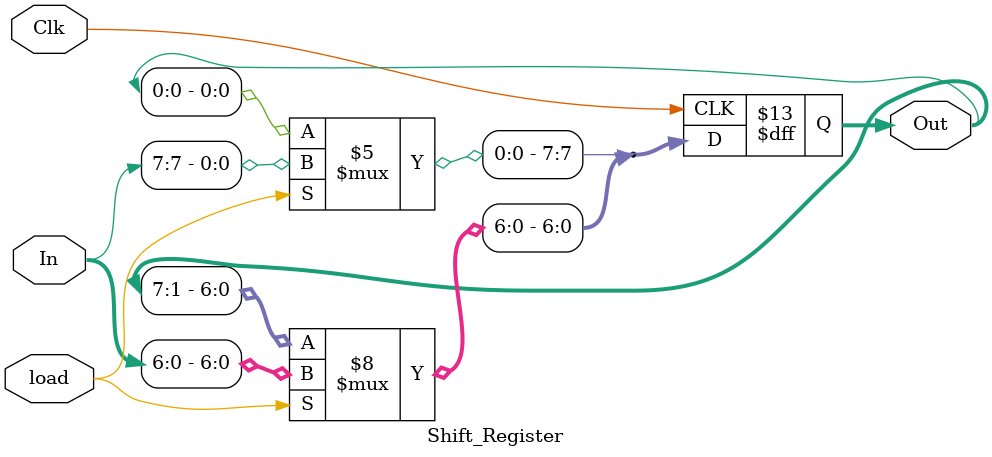
<source format=v>
module Shift_Register (

	input wire [7:0] In,
	input Clk,
	input load,
	output reg [7:0] Out 
) ;

reg tmp = 1'b0 ;

always @ (posedge Clk)
	begin
	if(load)
    	begin
    		Out <= In;
    	end
	else
    	begin
    		tmp = Out[0] ;
    		Out = Out >> 1 ;
    		Out[7] = tmp ;
    	end
	end
endmodule 




</source>
